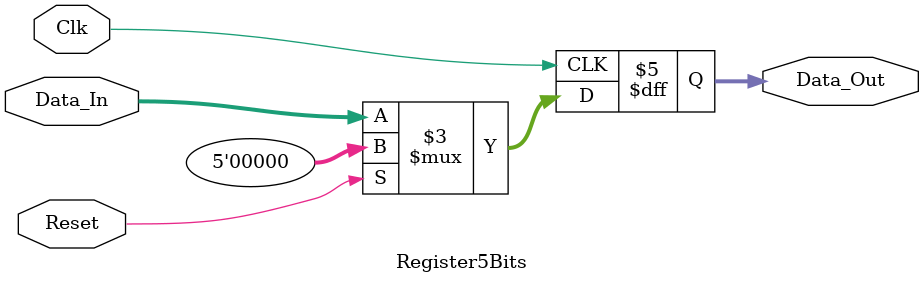
<source format=sv>
module Register5Bits (input Clk, Reset,
					  input  [4:0]  Data_In,
					  output logic [4:0]  Data_Out);

    always_ff @ (posedge Clk) // sequential logic
    begin
    if (Reset) 
        Data_Out <= 5'h00; // parallel out of 0 
	else 
		Data_Out <= Data_In;
    end

endmodule



</source>
